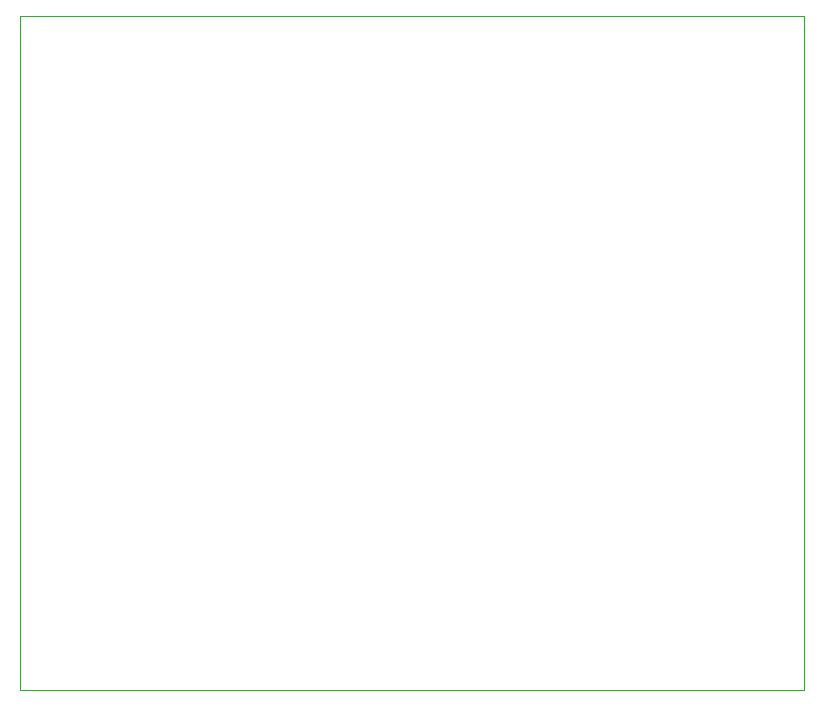
<source format=gbr>
%TF.GenerationSoftware,Altium Limited,Altium Designer,20.1.14 (287)*%
G04 Layer_Color=0*
%FSLAX25Y25*%
%MOIN*%
%TF.SameCoordinates,50D419B3-0610-4842-9EF4-231284EAA126*%
%TF.FilePolarity,Positive*%
%TF.FileFunction,Profile,NP*%
%TF.Part,Single*%
G01*
G75*
%TA.AperFunction,Profile*%
%ADD21C,0.00100*%
D21*
X0Y-0D02*
X261500Y-0D01*
X261500Y224500D01*
X0Y224500D01*
X0Y-0D01*
%TF.MD5,445ebd0dc28ab31ab5e40dfcd4ded8c6*%
M02*

</source>
